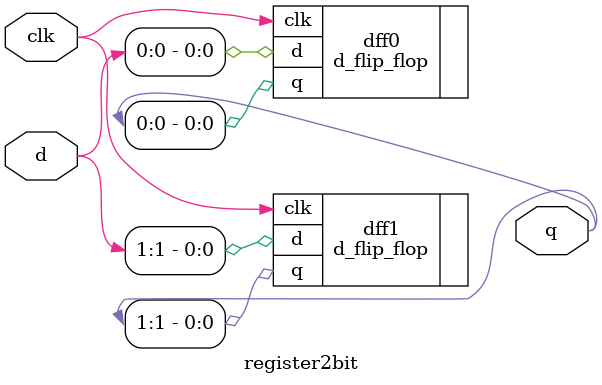
<source format=v>
module register2bit (
    input wire [1:0] d,
    input wire clk,
    output wire [1:0] q
);

    d_flip_flop dff0 (
        .d(d[0]),
        .clk(clk),
        .q(q[0])
    );

    d_flip_flop dff1 (
        .d(d[1]),
        .clk(clk),
        .q(q[1])
    );

endmodule
</source>
